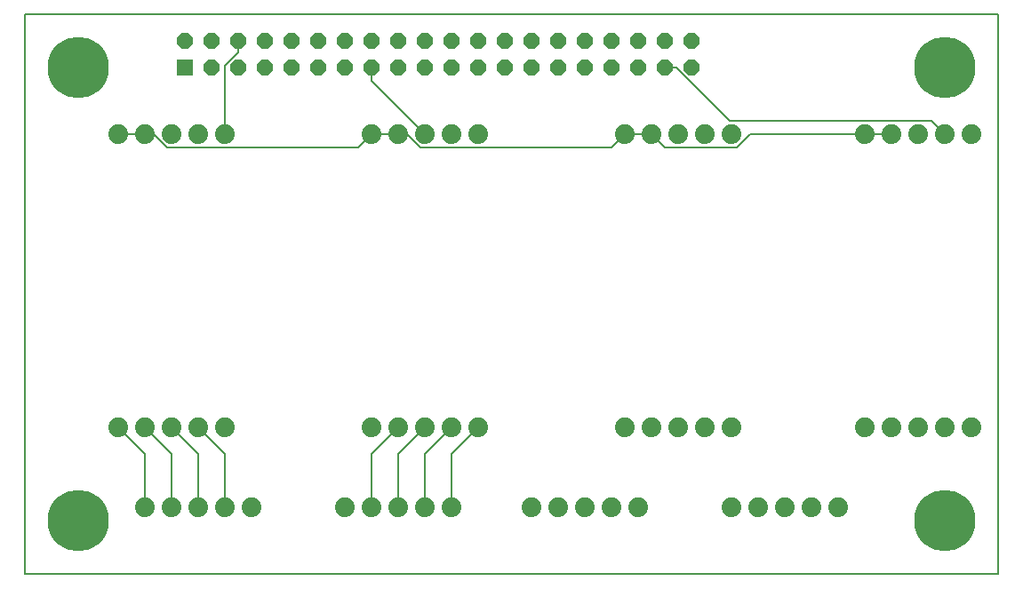
<source format=gtl>
G75*
%MOIN*%
%OFA0B0*%
%FSLAX25Y25*%
%IPPOS*%
%LPD*%
%AMOC8*
5,1,8,0,0,1.08239X$1,22.5*
%
%ADD10C,0.00600*%
%ADD11R,0.06000X0.06000*%
%ADD12OC8,0.06000*%
%ADD13C,0.07400*%
%ADD14C,0.23000*%
D10*
X0001300Y0001300D02*
X0001300Y0211300D01*
X0366300Y0211300D01*
X0366300Y0001300D01*
X0001300Y0001300D01*
X0046300Y0026300D02*
X0046300Y0046300D01*
X0036300Y0056300D01*
X0046300Y0056300D02*
X0056300Y0046300D01*
X0056300Y0026300D01*
X0066300Y0026300D02*
X0066300Y0046300D01*
X0056300Y0056300D01*
X0066300Y0056300D02*
X0076300Y0046300D01*
X0076300Y0026300D01*
X0131300Y0026300D02*
X0131300Y0046300D01*
X0141300Y0056300D01*
X0151300Y0056300D02*
X0141300Y0046300D01*
X0141300Y0026300D01*
X0151300Y0026300D02*
X0151300Y0046300D01*
X0161300Y0056300D01*
X0171300Y0056300D02*
X0161300Y0046300D01*
X0161300Y0026300D01*
X0149425Y0161300D02*
X0221300Y0161300D01*
X0226300Y0166300D01*
X0236300Y0166300D01*
X0241300Y0161300D01*
X0268175Y0161300D01*
X0273175Y0166300D01*
X0316300Y0166300D01*
X0326300Y0166300D01*
X0341300Y0171300D02*
X0346300Y0166300D01*
X0341300Y0171300D02*
X0265675Y0171300D01*
X0245675Y0191300D01*
X0241300Y0191300D01*
X0151300Y0166300D02*
X0131300Y0186300D01*
X0131300Y0191300D01*
X0131300Y0166300D02*
X0126300Y0161300D01*
X0054425Y0161300D01*
X0049425Y0166300D01*
X0046300Y0166300D01*
X0036300Y0166300D01*
X0076300Y0166300D02*
X0076300Y0191925D01*
X0081300Y0196925D01*
X0081300Y0201300D01*
X0131300Y0166300D02*
X0141300Y0166300D01*
X0144425Y0166300D01*
X0149425Y0161300D01*
D11*
X0061300Y0191300D03*
D12*
X0071300Y0191300D03*
X0081300Y0191300D03*
X0091300Y0191300D03*
X0101300Y0191300D03*
X0111300Y0191300D03*
X0121300Y0191300D03*
X0131300Y0191300D03*
X0141300Y0191300D03*
X0151300Y0191300D03*
X0161300Y0191300D03*
X0171300Y0191300D03*
X0181300Y0191300D03*
X0191300Y0191300D03*
X0201300Y0191300D03*
X0211300Y0191300D03*
X0221300Y0191300D03*
X0231300Y0191300D03*
X0241300Y0191300D03*
X0251300Y0191300D03*
X0251300Y0201300D03*
X0241300Y0201300D03*
X0231300Y0201300D03*
X0221300Y0201300D03*
X0211300Y0201300D03*
X0201300Y0201300D03*
X0191300Y0201300D03*
X0181300Y0201300D03*
X0171300Y0201300D03*
X0161300Y0201300D03*
X0151300Y0201300D03*
X0141300Y0201300D03*
X0131300Y0201300D03*
X0121300Y0201300D03*
X0111300Y0201300D03*
X0101300Y0201300D03*
X0091300Y0201300D03*
X0081300Y0201300D03*
X0071300Y0201300D03*
X0061300Y0201300D03*
D13*
X0056300Y0166300D03*
X0046300Y0166300D03*
X0036300Y0166300D03*
X0066300Y0166300D03*
X0076300Y0166300D03*
X0131300Y0166300D03*
X0141300Y0166300D03*
X0151300Y0166300D03*
X0161300Y0166300D03*
X0171300Y0166300D03*
X0226300Y0166300D03*
X0236300Y0166300D03*
X0246300Y0166300D03*
X0256300Y0166300D03*
X0266300Y0166300D03*
X0316300Y0166300D03*
X0326300Y0166300D03*
X0336300Y0166300D03*
X0346300Y0166300D03*
X0356300Y0166300D03*
X0356300Y0056300D03*
X0346300Y0056300D03*
X0336300Y0056300D03*
X0326300Y0056300D03*
X0316300Y0056300D03*
X0306300Y0026300D03*
X0296300Y0026300D03*
X0286300Y0026300D03*
X0276300Y0026300D03*
X0266300Y0026300D03*
X0231300Y0026300D03*
X0221300Y0026300D03*
X0211300Y0026300D03*
X0201300Y0026300D03*
X0191300Y0026300D03*
X0161300Y0026300D03*
X0151300Y0026300D03*
X0141300Y0026300D03*
X0131300Y0026300D03*
X0121300Y0026300D03*
X0086300Y0026300D03*
X0076300Y0026300D03*
X0066300Y0026300D03*
X0056300Y0026300D03*
X0046300Y0026300D03*
X0046300Y0056300D03*
X0036300Y0056300D03*
X0056300Y0056300D03*
X0066300Y0056300D03*
X0076300Y0056300D03*
X0131300Y0056300D03*
X0141300Y0056300D03*
X0151300Y0056300D03*
X0161300Y0056300D03*
X0171300Y0056300D03*
X0226300Y0056300D03*
X0236300Y0056300D03*
X0246300Y0056300D03*
X0256300Y0056300D03*
X0266300Y0056300D03*
D14*
X0346300Y0021300D03*
X0346300Y0191300D03*
X0021300Y0191300D03*
X0021300Y0021300D03*
M02*

</source>
